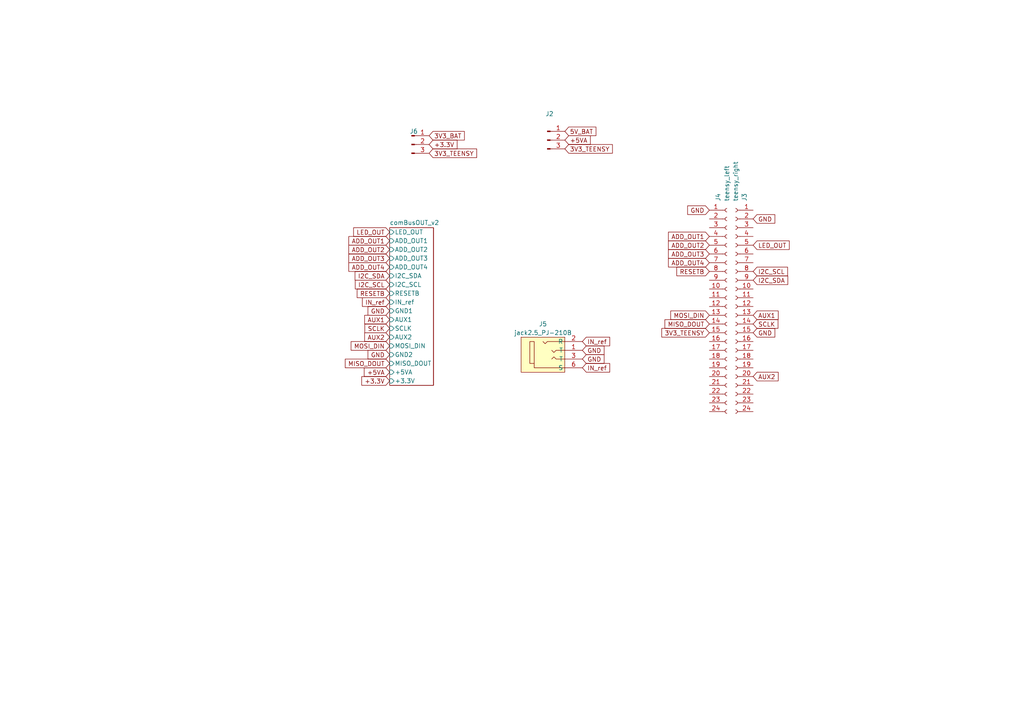
<source format=kicad_sch>
(kicad_sch (version 20230121) (generator eeschema)
  (paper "A4")
  (lib_symbols
    (symbol "00_custom:jack2.5_PJ-210B"
      (property "Reference" "J" (at 0 2.54 0))
      (property "Value" "jack2.5_PJ-210B" (at 0 5.08 0))
      (symbol "jack2.5_PJ-210B_0_1"
        (polyline (pts (xy 12.7 -6.35) (xy 10.16 -6.35) (xy 9.525 -5.715) (xy 8.89 -6.35)))
        (polyline (pts (xy 12.7 -3.81) (xy 10.16 -3.81) (xy 9.525 -4.445) (xy 8.89 -3.81)))
        (polyline (pts (xy 12.7 -1.27) (xy 7.62 -1.27) (xy 6.985 -1.905) (xy 6.35 -1.27)))
        (polyline (pts (xy 12.7 -8.89) (xy 3.81 -8.89) (xy 3.81 -1.27) (xy 2.54 -1.27) (xy 2.54 -7.62) (xy 3.81 -7.62)))
        (rectangle (start 12.7 0) (end 0 -10.16) (fill (type background)))
      )
      (symbol "jack2.5_PJ-210B_1_1"
        (pin passive line (at 17.78 -3.81 180) (length 5.08) (name "T") (number "1"))
        (pin passive line (at 17.78 -1.27 180) (length 5.08) (name "R") (number "2"))
        (pin passive line (at 17.78 -6.35 180) (length 5.08) (name "T") (number "3"))
        (pin passive line (at 17.78 -8.89 180) (length 5.08) (name "S") (number "6"))
      )
    )
    (symbol "Connector:Conn_01x03_Male" (pin_names (offset 1.016) hide)
      (property "Reference" "J" (at 0 5.08 0))
      (property "Value" "Conn_01x03_Male" (at 0 -5.08 0))
      (symbol "Conn_01x03_Male_1_1"
        (polyline (pts (xy 1.27 -2.54) (xy 0.8636 -2.54)) (stroke (width 0.1524)))
        (polyline (pts (xy 1.27 0) (xy 0.8636 0)) (stroke (width 0.1524)))
        (polyline (pts (xy 1.27 2.54) (xy 0.8636 2.54)) (stroke (width 0.1524)))
        (rectangle (start 0.8636 -2.413) (end 0 -2.667) (stroke (width 0.1524)) (fill (type outline)))
        (rectangle (start 0.8636 0.127) (end 0 -0.127) (stroke (width 0.1524)) (fill (type outline)))
        (rectangle (start 0.8636 2.667) (end 0 2.413) (stroke (width 0.1524)) (fill (type outline)))
        (pin passive line (at 5.08 2.54 180) (length 3.81) (name "Pin_1") (number "1"))
        (pin passive line (at 5.08 0 180) (length 3.81) (name "Pin_2") (number "2"))
        (pin passive line (at 5.08 -2.54 180) (length 3.81) (name "Pin_3") (number "3"))
      )
    )
    (symbol "Connector:Conn_01x24_Female" (pin_names (offset 1.016) hide)
      (property "Reference" "J" (at 0 30.48 0))
      (property "Value" "Conn_01x24_Female" (at 0 -33.02 0))
      (symbol "Conn_01x24_Female_1_1"
        (arc (start 0 -29.972) (mid -0.5058 -30.48) (end 0 -30.988) (stroke (width 0.1524)))
        (arc (start 0 -27.432) (mid -0.5058 -27.94) (end 0 -28.448) (stroke (width 0.1524)))
        (arc (start 0 -24.892) (mid -0.5058 -25.4) (end 0 -25.908) (stroke (width 0.1524)))
        (arc (start 0 -22.352) (mid -0.5058 -22.86) (end 0 -23.368) (stroke (width 0.1524)))
        (arc (start 0 -19.812) (mid -0.5058 -20.32) (end 0 -20.828) (stroke (width 0.1524)))
        (arc (start 0 -17.272) (mid -0.5058 -17.78) (end 0 -18.288) (stroke (width 0.1524)))
        (arc (start 0 -14.732) (mid -0.5058 -15.24) (end 0 -15.748) (stroke (width 0.1524)))
        (arc (start 0 -12.192) (mid -0.5058 -12.7) (end 0 -13.208) (stroke (width 0.1524)))
        (arc (start 0 -9.652) (mid -0.5058 -10.16) (end 0 -10.668) (stroke (width 0.1524)))
        (arc (start 0 -7.112) (mid -0.5058 -7.62) (end 0 -8.128) (stroke (width 0.1524)))
        (arc (start 0 -4.572) (mid -0.5058 -5.08) (end 0 -5.588) (stroke (width 0.1524)))
        (arc (start 0 -2.032) (mid -0.5058 -2.54) (end 0 -3.048) (stroke (width 0.1524)))
        (polyline (pts (xy -1.27 -30.48) (xy -0.508 -30.48)) (stroke (width 0.1524)))
        (polyline (pts (xy -1.27 -27.94) (xy -0.508 -27.94)) (stroke (width 0.1524)))
        (polyline (pts (xy -1.27 -25.4) (xy -0.508 -25.4)) (stroke (width 0.1524)))
        (polyline (pts (xy -1.27 -22.86) (xy -0.508 -22.86)) (stroke (width 0.1524)))
        (polyline (pts (xy -1.27 -20.32) (xy -0.508 -20.32)) (stroke (width 0.1524)))
        (polyline (pts (xy -1.27 -17.78) (xy -0.508 -17.78)) (stroke (width 0.1524)))
        (polyline (pts (xy -1.27 -15.24) (xy -0.508 -15.24)) (stroke (width 0.1524)))
        (polyline (pts (xy -1.27 -12.7) (xy -0.508 -12.7)) (stroke (width 0.1524)))
        (polyline (pts (xy -1.27 -10.16) (xy -0.508 -10.16)) (stroke (width 0.1524)))
        (polyline (pts (xy -1.27 -7.62) (xy -0.508 -7.62)) (stroke (width 0.1524)))
        (polyline (pts (xy -1.27 -5.08) (xy -0.508 -5.08)) (stroke (width 0.1524)))
        (polyline (pts (xy -1.27 -2.54) (xy -0.508 -2.54)) (stroke (width 0.1524)))
        (polyline (pts (xy -1.27 0) (xy -0.508 0)) (stroke (width 0.1524)))
        (polyline (pts (xy -1.27 2.54) (xy -0.508 2.54)) (stroke (width 0.1524)))
        (polyline (pts (xy -1.27 5.08) (xy -0.508 5.08)) (stroke (width 0.1524)))
        (polyline (pts (xy -1.27 7.62) (xy -0.508 7.62)) (stroke (width 0.1524)))
        (polyline (pts (xy -1.27 10.16) (xy -0.508 10.16)) (stroke (width 0.1524)))
        (polyline (pts (xy -1.27 12.7) (xy -0.508 12.7)) (stroke (width 0.1524)))
        (polyline (pts (xy -1.27 15.24) (xy -0.508 15.24)) (stroke (width 0.1524)))
        (polyline (pts (xy -1.27 17.78) (xy -0.508 17.78)) (stroke (width 0.1524)))
        (polyline (pts (xy -1.27 20.32) (xy -0.508 20.32)) (stroke (width 0.1524)))
        (polyline (pts (xy -1.27 22.86) (xy -0.508 22.86)) (stroke (width 0.1524)))
        (polyline (pts (xy -1.27 25.4) (xy -0.508 25.4)) (stroke (width 0.1524)))
        (polyline (pts (xy -1.27 27.94) (xy -0.508 27.94)) (stroke (width 0.1524)))
        (arc (start 0 0.508) (mid -0.5058 0) (end 0 -0.508) (stroke (width 0.1524)))
        (arc (start 0 3.048) (mid -0.5058 2.54) (end 0 2.032) (stroke (width 0.1524)))
        (arc (start 0 5.588) (mid -0.5058 5.08) (end 0 4.572) (stroke (width 0.1524)))
        (arc (start 0 8.128) (mid -0.5058 7.62) (end 0 7.112) (stroke (width 0.1524)))
        (arc (start 0 10.668) (mid -0.5058 10.16) (end 0 9.652) (stroke (width 0.1524)))
        (arc (start 0 13.208) (mid -0.5058 12.7) (end 0 12.192) (stroke (width 0.1524)))
        (arc (start 0 15.748) (mid -0.5058 15.24) (end 0 14.732) (stroke (width 0.1524)))
        (arc (start 0 18.288) (mid -0.5058 17.78) (end 0 17.272) (stroke (width 0.1524)))
        (arc (start 0 20.828) (mid -0.5058 20.32) (end 0 19.812) (stroke (width 0.1524)))
        (arc (start 0 23.368) (mid -0.5058 22.86) (end 0 22.352) (stroke (width 0.1524)))
        (arc (start 0 25.908) (mid -0.5058 25.4) (end 0 24.892) (stroke (width 0.1524)))
        (arc (start 0 28.448) (mid -0.5058 27.94) (end 0 27.432) (stroke (width 0.1524)))
        (pin passive line (at -5.08 27.94 0) (length 3.81) (name "Pin_1") (number "1"))
        (pin passive line (at -5.08 5.08 0) (length 3.81) (name "Pin_10") (number "10"))
        (pin passive line (at -5.08 2.54 0) (length 3.81) (name "Pin_11") (number "11"))
        (pin passive line (at -5.08 0 0) (length 3.81) (name "Pin_12") (number "12"))
        (pin passive line (at -5.08 -2.54 0) (length 3.81) (name "Pin_13") (number "13"))
        (pin passive line (at -5.08 -5.08 0) (length 3.81) (name "Pin_14") (number "14"))
        (pin passive line (at -5.08 -7.62 0) (length 3.81) (name "Pin_15") (number "15"))
        (pin passive line (at -5.08 -10.16 0) (length 3.81) (name "Pin_16") (number "16"))
        (pin passive line (at -5.08 -12.7 0) (length 3.81) (name "Pin_17") (number "17"))
        (pin passive line (at -5.08 -15.24 0) (length 3.81) (name "Pin_18") (number "18"))
        (pin passive line (at -5.08 -17.78 0) (length 3.81) (name "Pin_19") (number "19"))
        (pin passive line (at -5.08 25.4 0) (length 3.81) (name "Pin_2") (number "2"))
        (pin passive line (at -5.08 -20.32 0) (length 3.81) (name "Pin_20") (number "20"))
        (pin passive line (at -5.08 -22.86 0) (length 3.81) (name "Pin_21") (number "21"))
        (pin passive line (at -5.08 -25.4 0) (length 3.81) (name "Pin_22") (number "22"))
        (pin passive line (at -5.08 -27.94 0) (length 3.81) (name "Pin_23") (number "23"))
        (pin passive line (at -5.08 -30.48 0) (length 3.81) (name "Pin_24") (number "24"))
        (pin passive line (at -5.08 22.86 0) (length 3.81) (name "Pin_3") (number "3"))
        (pin passive line (at -5.08 20.32 0) (length 3.81) (name "Pin_4") (number "4"))
        (pin passive line (at -5.08 17.78 0) (length 3.81) (name "Pin_5") (number "5"))
        (pin passive line (at -5.08 15.24 0) (length 3.81) (name "Pin_6") (number "6"))
        (pin passive line (at -5.08 12.7 0) (length 3.81) (name "Pin_7") (number "7"))
        (pin passive line (at -5.08 10.16 0) (length 3.81) (name "Pin_8") (number "8"))
        (pin passive line (at -5.08 7.62 0) (length 3.81) (name "Pin_9") (number "9"))
      )
    )
  )
  (global_label "RESETB" (shape input) (at 113.03 85.09 180) (property "Intersheetrefs" "${INTERSHEET_REFS}" (effects hide)))
  (global_label "AUX1" (shape input) (at 113.03 92.71 180) (property "Intersheetrefs" "${INTERSHEET_REFS}" (effects hide)))
  (global_label "3V3_TEENSY" (shape input) (at 205.74 96.52 180) (property "Intersheetrefs" "${INTERSHEET_REFS}" (effects hide)))
  (global_label "ADD_OUT1" (shape input) (at 113.03 69.85 180) (property "Intersheetrefs" "${INTERSHEET_REFS}" (effects hide)))
  (global_label "ADD_OUT4" (shape input) (at 205.74 76.2 180) (property "Intersheetrefs" "${INTERSHEET_REFS}" (effects hide)))
  (global_label "ADD_OUT2" (shape input) (at 205.74 71.12 180) (property "Intersheetrefs" "${INTERSHEET_REFS}" (effects hide)))
  (global_label "MOSI_DIN" (shape input) (at 113.03 100.33 180) (property "Intersheetrefs" "${INTERSHEET_REFS}" (effects hide)))
  (global_label "AUX2" (shape input) (at 218.44 109.22 0) (property "Intersheetrefs" "${INTERSHEET_REFS}" (effects hide)))
  (global_label "IN_ref" (shape input) (at 113.03 87.63 180) (property "Intersheetrefs" "${INTERSHEET_REFS}" (effects hide)))
  (global_label "GND" (shape input) (at 168.91 104.14 0) (property "Intersheetrefs" "${INTERSHEET_REFS}" (effects hide)))
  (global_label "3V3_TEENSY" (shape input) (at 124.46 44.45 0) (property "Intersheetrefs" "${INTERSHEET_REFS}" (effects hide)))
  (global_label "GND" (shape input) (at 168.91 101.6 0) (property "Intersheetrefs" "${INTERSHEET_REFS}" (effects hide)))
  (global_label "SCLK" (shape input) (at 218.44 93.98 0) (property "Intersheetrefs" "${INTERSHEET_REFS}" (effects hide)))
  (global_label "GND" (shape input) (at 113.03 102.87 180) (property "Intersheetrefs" "${INTERSHEET_REFS}" (effects hide)))
  (global_label "I2C_SDA" (shape input) (at 113.03 80.01 180) (property "Intersheetrefs" "${INTERSHEET_REFS}" (effects hide)))
  (global_label "AUX1" (shape input) (at 218.44 91.44 0) (property "Intersheetrefs" "${INTERSHEET_REFS}" (effects hide)))
  (global_label "+5VA" (shape input) (at 113.03 107.95 180) (property "Intersheetrefs" "${INTERSHEET_REFS}" (effects hide)))
  (global_label "SCLK" (shape input) (at 113.03 95.25 180) (property "Intersheetrefs" "${INTERSHEET_REFS}" (effects hide)))
  (global_label "ADD_OUT3" (shape input) (at 113.03 74.93 180) (property "Intersheetrefs" "${INTERSHEET_REFS}" (effects hide)))
  (global_label "ADD_OUT4" (shape input) (at 113.03 77.47 180) (property "Intersheetrefs" "${INTERSHEET_REFS}" (effects hide)))
  (global_label "MISO_DOUT" (shape input) (at 113.03 105.41 180) (property "Intersheetrefs" "${INTERSHEET_REFS}" (effects hide)))
  (global_label "GND" (shape input) (at 113.03 90.17 180) (property "Intersheetrefs" "${INTERSHEET_REFS}" (effects hide)))
  (global_label "LED_OUT" (shape input) (at 218.44 71.12 0) (property "Intersheetrefs" "${INTERSHEET_REFS}" (effects hide)))
  (global_label "GND" (shape input) (at 218.44 96.52 0) (property "Intersheetrefs" "${INTERSHEET_REFS}" (effects hide)))
  (global_label "+5VA" (shape input) (at 163.83 40.64 0) (property "Intersheetrefs" "${INTERSHEET_REFS}" (effects hide)))
  (global_label "+3.3V" (shape input) (at 124.46 41.91 0) (property "Intersheetrefs" "${INTERSHEET_REFS}" (effects hide)))
  (global_label "GND" (shape input) (at 205.74 60.96 180) (property "Intersheetrefs" "${INTERSHEET_REFS}" (effects hide)))
  (global_label "RESETB" (shape input) (at 205.74 78.74 180) (property "Intersheetrefs" "${INTERSHEET_REFS}" (effects hide)))
  (global_label "I2C_SCL" (shape input) (at 113.03 82.55 180) (property "Intersheetrefs" "${INTERSHEET_REFS}" (effects hide)))
  (global_label "ADD_OUT2" (shape input) (at 113.03 72.39 180) (property "Intersheetrefs" "${INTERSHEET_REFS}" (effects hide)))
  (global_label "3V3_BAT" (shape input) (at 124.46 39.37 0) (property "Intersheetrefs" "${INTERSHEET_REFS}" (effects hide)))
  (global_label "IN_ref" (shape input) (at 168.91 99.06 0) (property "Intersheetrefs" "${INTERSHEET_REFS}" (effects hide)))
  (global_label "ADD_OUT1" (shape input) (at 205.74 68.58 180) (property "Intersheetrefs" "${INTERSHEET_REFS}" (effects hide)))
  (global_label "5V_BAT" (shape input) (at 163.83 38.1 0) (property "Intersheetrefs" "${INTERSHEET_REFS}" (effects hide)))
  (global_label "AUX2" (shape input) (at 113.03 97.79 180) (property "Intersheetrefs" "${INTERSHEET_REFS}" (effects hide)))
  (global_label "LED_OUT" (shape input) (at 113.03 67.31 180) (property "Intersheetrefs" "${INTERSHEET_REFS}" (effects hide)))
  (global_label "MOSI_DIN" (shape input) (at 205.74 91.44 180) (property "Intersheetrefs" "${INTERSHEET_REFS}" (effects hide)))
  (global_label "IN_ref" (shape input) (at 168.91 106.68 0) (property "Intersheetrefs" "${INTERSHEET_REFS}" (effects hide)))
  (global_label "MISO_DOUT" (shape input) (at 205.74 93.98 180) (property "Intersheetrefs" "${INTERSHEET_REFS}" (effects hide)))
  (global_label "ADD_OUT3" (shape input) (at 205.74 73.66 180) (property "Intersheetrefs" "${INTERSHEET_REFS}" (effects hide)))
  (global_label "+3.3V" (shape input) (at 113.03 110.49 180) (property "Intersheetrefs" "${INTERSHEET_REFS}" (effects hide)))
  (global_label "3V3_TEENSY" (shape input) (at 163.83 43.18 0) (property "Intersheetrefs" "${INTERSHEET_REFS}" (effects hide)))
  (global_label "I2C_SCL" (shape input) (at 218.44 78.74 0) (property "Intersheetrefs" "${INTERSHEET_REFS}" (effects hide)))
  (global_label "GND" (shape input) (at 218.44 63.5 0) (property "Intersheetrefs" "${INTERSHEET_REFS}" (effects hide)))
  (global_label "I2C_SDA" (shape input) (at 218.44 81.28 0) (property "Intersheetrefs" "${INTERSHEET_REFS}" (effects hide)))
  (symbol (lib_id "Connector:Conn_01x24_Female") (at 210.82 88.9 0) (unit 1)
    (property "Reference" "J4" (at 208.28 58.42 90) (effects (justify left)))
    (property "Value" "teensy_left" (at 210.82 58.42 90) (effects (justify left)))
    (property "Footprint" "Connector_PinSocket_2.54mm:PinSocket_1x24_P2.54mm_Vertical" (effects hide))
  )
  (symbol (lib_id "00_custom:jack2.5_PJ-210B") (at 151.13 97.79 0) (unit 1)
    (property "Reference" "J5" (at 157.48 93.98 0))
    (property "Value" "jack2.5_PJ-210B" (at 157.48 96.52 0))
    (property "Footprint" "00_custom-footprints:Jack_Socket_PJ-210B" (effects hide))
  )
  (symbol (lib_id "Connector:Conn_01x03_Male") (at 158.75 40.64 0) (unit 1)
    (property "Reference" "J2" (at 159.385 33.02 0))
    (property "Value" "Conn_01x03_Male" (effects hide))
    (property "Footprint" "Connector_PinHeader_2.54mm:PinHeader_1x03_P2.54mm_Vertical" (effects hide))
  )
  (symbol (lib_id "Connector:Conn_01x03_Male") (at 119.38 41.91 0) (unit 1)
    (property "Reference" "J6" (at 120.015 38.1 0))
    (property "Value" "Conn_01x03_Male" (effects hide))
    (property "Footprint" "Connector_PinHeader_2.54mm:PinHeader_1x03_P2.54mm_Vertical" (effects hide))
  )
  (symbol (lib_id "Connector:Conn_01x24_Female") (at 213.36 88.9 0) (mirror y) (unit 1)
    (property "Reference" "J3" (at 215.9 58.42 90) (effects (justify left)))
    (property "Value" "teensy_right" (at 213.36 58.42 90) (effects (justify left)))
    (property "Footprint" "Connector_PinSocket_2.54mm:PinSocket_1x24_P2.54mm_Vertical" (effects hide))
  )
  (sheet (at 113.03 66.04) (size 12.7 45.72) (stroke (width 0.1524))
    (property "Sheetname" "comBusOUT_v2" (at 113.03 65.3284 0) (effects (justify left bottom)))
    (property "Sheetfile" "comBusOUT_v2.kicad_sch" (effects hide))
    (pin "ADD_OUT4" input (at 113.03 77.47 180))
    (pin "LED_OUT" input (at 113.03 67.31 180))
    (pin "ADD_OUT3" input (at 113.03 74.93 180))
    (pin "ADD_OUT2" input (at 113.03 72.39 180))
    (pin "ADD_OUT1" input (at 113.03 69.85 180))
    (pin "+3.3V" input (at 113.03 110.49 180))
    (pin "MISO_DOUT" input (at 113.03 105.41 180))
    (pin "MOSI_DIN" input (at 113.03 100.33 180))
    (pin "GND2" input (at 113.03 102.87 180))
    (pin "SCLK" input (at 113.03 95.25 180))
    (pin "+5VA" input (at 113.03 107.95 180))
    (pin "AUX2" input (at 113.03 97.79 180))
    (pin "AUX1" input (at 113.03 92.71 180))
    (pin "GND1" input (at 113.03 90.17 180))
    (pin "IN_ref" input (at 113.03 87.63 180))
    (pin "RESETB" input (at 113.03 85.09 180))
    (pin "I2C_SCL" input (at 113.03 82.55 180))
    (pin "I2C_SDA" input (at 113.03 80.01 180))
  )
)
</source>
